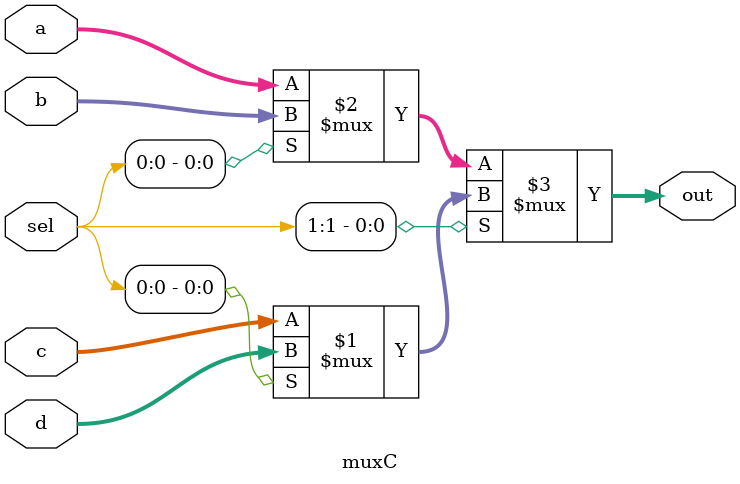
<source format=v>
`timescale 1ns / 1ps


module muxC(
    input [7:0] a,                 // 4-bit input called a
    input [7:0] b,                 // 4-bit input called b
    input [7:0] c,                 // 4-bit input called c
    input [7:0] d,                 // 4-bit input called d
    input [1:0] sel,               // input sel used to select between a,b,c,d
    output [7:0] out);             // 4-bit output based on input module alu 

   // When sel[1] is 0, (sel[0]? b:a) is selected and when sel[1] is 1, (sel[0] ? d:c) is taken
   // When sel[0] is 0, a is sent to output, else b and when sel[0] is 0, c is sent to output, else d
   assign out = sel[1] ? (sel[0] ? d : c) : (sel[0] ? b : a);

endmodule

</source>
